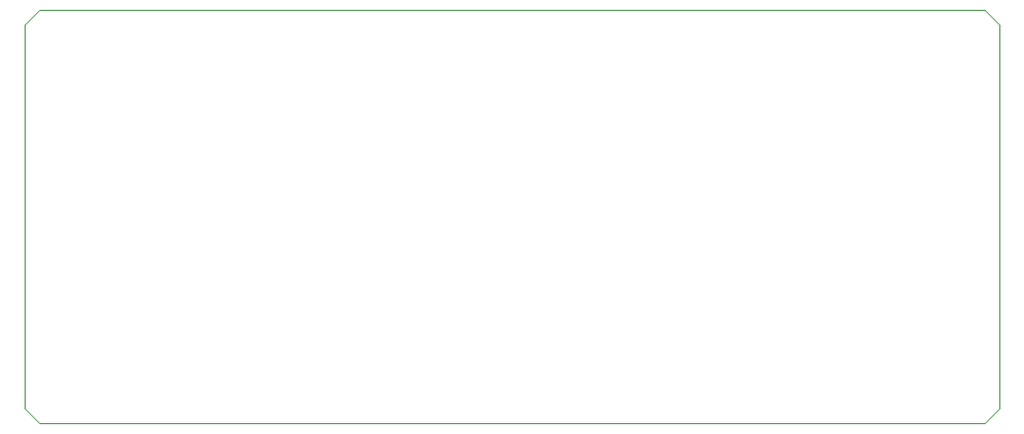
<source format=gm1>
%TF.GenerationSoftware,KiCad,Pcbnew,9.0.1*%
%TF.CreationDate,2025-10-13T15:59:10-06:00*%
%TF.ProjectId,inconsole,696e636f-6e73-46f6-9c65-2e6b69636164,rev?*%
%TF.SameCoordinates,Original*%
%TF.FileFunction,Profile,NP*%
%FSLAX46Y46*%
G04 Gerber Fmt 4.6, Leading zero omitted, Abs format (unit mm)*
G04 Created by KiCad (PCBNEW 9.0.1) date 2025-10-13 15:59:10*
%MOMM*%
%LPD*%
G01*
G04 APERTURE LIST*
%TA.AperFunction,Profile*%
%ADD10C,0.050000*%
%TD*%
G04 APERTURE END LIST*
D10*
X152400000Y-139700000D02*
X153670000Y-138430000D01*
X71120000Y-104140000D02*
X69850000Y-105410000D01*
X71120000Y-139700000D02*
X133350000Y-139700000D01*
X152400000Y-104140000D02*
X71120000Y-104140000D01*
X133350000Y-139700000D02*
X152400000Y-139700000D01*
X69850000Y-138430000D02*
X71120000Y-139700000D01*
X153670000Y-105410000D02*
X152400000Y-104140000D01*
X69850000Y-105410000D02*
X69850000Y-138430000D01*
X153670000Y-138430000D02*
X153670000Y-105410000D01*
M02*

</source>
